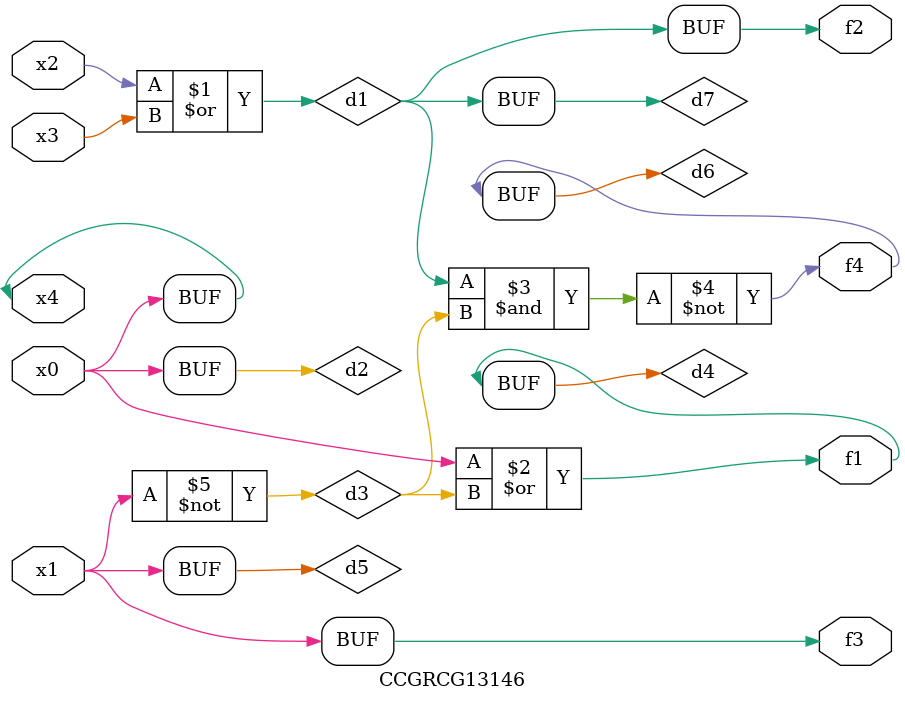
<source format=v>
module CCGRCG13146(
	input x0, x1, x2, x3, x4,
	output f1, f2, f3, f4
);

	wire d1, d2, d3, d4, d5, d6, d7;

	or (d1, x2, x3);
	buf (d2, x0, x4);
	not (d3, x1);
	or (d4, d2, d3);
	not (d5, d3);
	nand (d6, d1, d3);
	or (d7, d1);
	assign f1 = d4;
	assign f2 = d7;
	assign f3 = d5;
	assign f4 = d6;
endmodule

</source>
